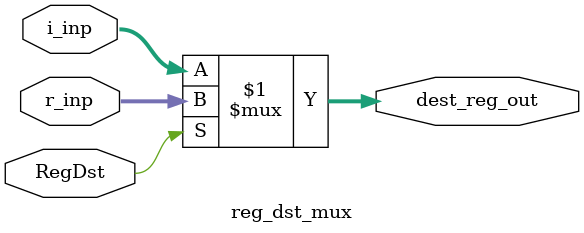
<source format=sv>
module reg_dst_mux(RegDst, r_inp, i_inp, dest_reg_out);

/************************************************************	
* This module implements a 2:1 mux used in selecting the 	*
* output register based on thetype of instruction			*
*************************************************************
*		RegDst	|	output									*
*************************************************************
*		0		|	I-format instr							*
*		1		|	R-format instr                          *
*************************************************************/
input RegDst;
input [3:0] r_inp, i_inp;
output [3:0] dest_reg_out;

assign dest_reg_out = RegDst ? r_inp : i_inp;

endmodule
</source>
